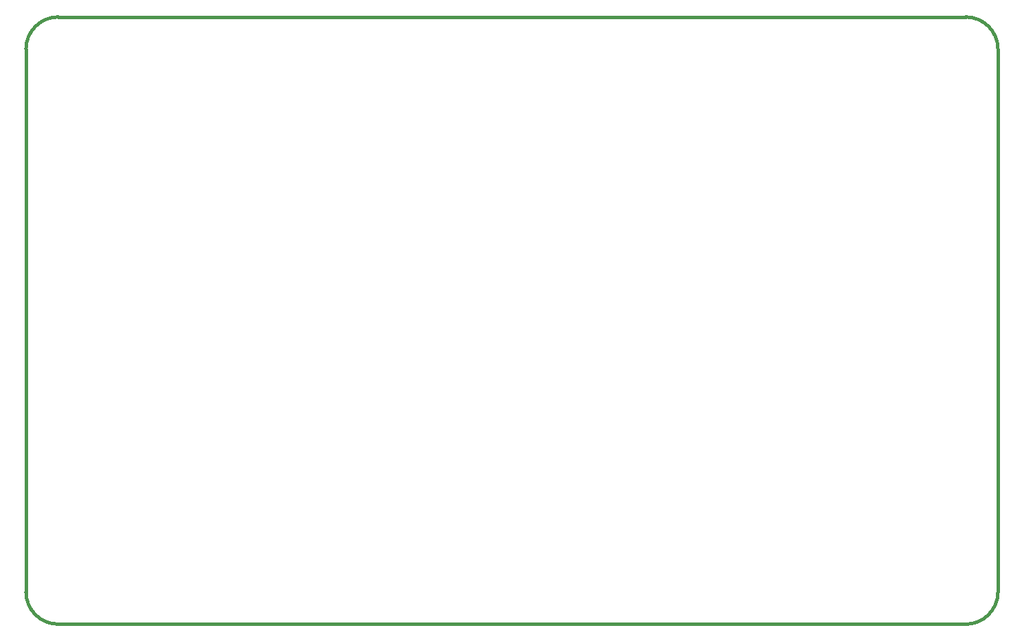
<source format=gbr>
G04 (created by PCBNEW (2013-07-24 BZR 4024)-stable) date Thu Dec 12 22:01:32 2013*
%MOIN*%
G04 Gerber Fmt 3.4, Leading zero omitted, Abs format*
%FSLAX34Y34*%
G01*
G70*
G90*
G04 APERTURE LIST*
%ADD10C,0.00590551*%
%ADD11C,0.015*%
G04 APERTURE END LIST*
G54D10*
G54D11*
X69291Y-39370D02*
X25196Y-39370D01*
X70866Y-67322D02*
X70866Y-40944D01*
X25196Y-68897D02*
X69291Y-68897D01*
X69291Y-68897D02*
G75*
G03X70866Y-67322I0J1574D01*
G74*
G01*
X70866Y-40944D02*
G75*
G03X69291Y-39370I-1574J0D01*
G74*
G01*
X23622Y-40944D02*
X23622Y-67322D01*
X23622Y-67322D02*
G75*
G03X25196Y-68897I1574J0D01*
G74*
G01*
X25196Y-39370D02*
G75*
G03X23622Y-40944I0J-1574D01*
G74*
G01*
M02*

</source>
